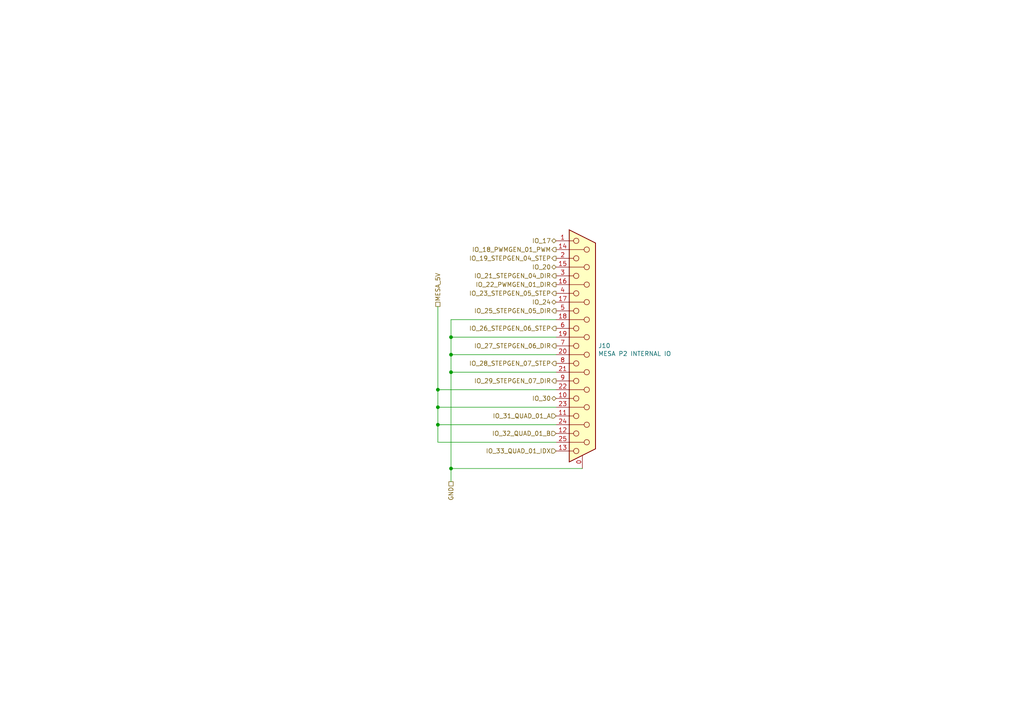
<source format=kicad_sch>
(kicad_sch (version 20211123) (generator eeschema)
  (paper "A4")
  (lib_symbols
    (symbol "UnifiedBreakout-rescue:DB25_Female_MountingHoles-Connector" (pin_names (offset 1.016) hide)
      (property "Reference" "J" (at 0 36.83 0))
      (property "Value" "DB25_Female_MountingHoles-Connector" (at 0 34.925 0))
      (symbol "DB25_Female_MountingHoles-Connector_0_1"
        (circle (center -1.778 -30.48) (radius 0.762))
        (circle (center -1.778 -25.4) (radius 0.762))
        (circle (center -1.778 -20.32) (radius 0.762))
        (circle (center -1.778 -15.24) (radius 0.762))
        (circle (center -1.778 -10.16) (radius 0.762))
        (circle (center -1.778 -5.08) (radius 0.762))
        (circle (center -1.778 0) (radius 0.762))
        (circle (center -1.778 5.08) (radius 0.762))
        (circle (center -1.778 10.16) (radius 0.762))
        (circle (center -1.778 15.24) (radius 0.762))
        (circle (center -1.778 20.32) (radius 0.762))
        (circle (center -1.778 25.4) (radius 0.762))
        (circle (center -1.778 30.48) (radius 0.762))
        (polyline (pts (xy -3.81 -30.48) (xy -2.54 -30.48)))
        (polyline (pts (xy -3.81 -27.94) (xy 0.508 -27.94)))
        (polyline (pts (xy -3.81 -25.4) (xy -2.54 -25.4)))
        (polyline (pts (xy -3.81 -22.86) (xy 0.508 -22.86)))
        (polyline (pts (xy -3.81 -20.32) (xy -2.54 -20.32)))
        (polyline (pts (xy -3.81 -17.78) (xy 0.508 -17.78)))
        (polyline (pts (xy -3.81 -15.24) (xy -2.54 -15.24)))
        (polyline (pts (xy -3.81 -12.7) (xy 0.508 -12.7)))
        (polyline (pts (xy -3.81 -10.16) (xy -2.54 -10.16)))
        (polyline (pts (xy -3.81 -7.62) (xy 0.508 -7.62)))
        (polyline (pts (xy -3.81 -5.08) (xy -2.54 -5.08)))
        (polyline (pts (xy -3.81 -2.54) (xy 0.508 -2.54)))
        (polyline (pts (xy -3.81 0) (xy -2.54 0)))
        (polyline (pts (xy -3.81 2.54) (xy 0.508 2.54)))
        (polyline (pts (xy -3.81 5.08) (xy -2.54 5.08)))
        (polyline (pts (xy -3.81 7.62) (xy 0.508 7.62)))
        (polyline (pts (xy -3.81 10.16) (xy -2.54 10.16)))
        (polyline (pts (xy -3.81 12.7) (xy 0.508 12.7)))
        (polyline (pts (xy -3.81 15.24) (xy -2.54 15.24)))
        (polyline (pts (xy -3.81 17.78) (xy 0.508 17.78)))
        (polyline (pts (xy -3.81 20.32) (xy -2.54 20.32)))
        (polyline (pts (xy -3.81 22.86) (xy 0.508 22.86)))
        (polyline (pts (xy -3.81 25.4) (xy -2.54 25.4)))
        (polyline (pts (xy -3.81 27.94) (xy 0.508 27.94)))
        (polyline (pts (xy -3.81 30.48) (xy -2.54 30.48)))
        (polyline (pts (xy -3.81 33.655) (xy 3.81 29.845) (xy 3.81 -29.845) (xy -3.81 -33.655) (xy -3.81 33.655)) (stroke (width 0.254)) (fill (type background)))
        (circle (center 1.27 -27.94) (radius 0.762))
        (circle (center 1.27 -22.86) (radius 0.762))
        (circle (center 1.27 -17.78) (radius 0.762))
        (circle (center 1.27 -12.7) (radius 0.762))
        (circle (center 1.27 -7.62) (radius 0.762))
        (circle (center 1.27 -2.54) (radius 0.762))
        (circle (center 1.27 2.54) (radius 0.762))
        (circle (center 1.27 7.62) (radius 0.762))
        (circle (center 1.27 12.7) (radius 0.762))
        (circle (center 1.27 17.78) (radius 0.762))
        (circle (center 1.27 22.86) (radius 0.762))
        (circle (center 1.27 27.94) (radius 0.762))
      )
      (symbol "DB25_Female_MountingHoles-Connector_1_1"
        (pin passive line (at 0 -35.56 90) (length 3.81) (name "PAD") (number "0"))
        (pin passive line (at -7.62 30.48 0) (length 3.81) (name "1") (number "1"))
        (pin passive line (at -7.62 -15.24 0) (length 3.81) (name "10") (number "10"))
        (pin passive line (at -7.62 -20.32 0) (length 3.81) (name "11") (number "11"))
        (pin passive line (at -7.62 -25.4 0) (length 3.81) (name "12") (number "12"))
        (pin passive line (at -7.62 -30.48 0) (length 3.81) (name "13") (number "13"))
        (pin passive line (at -7.62 27.94 0) (length 3.81) (name "P14") (number "14"))
        (pin passive line (at -7.62 22.86 0) (length 3.81) (name "P15") (number "15"))
        (pin passive line (at -7.62 17.78 0) (length 3.81) (name "P16") (number "16"))
        (pin passive line (at -7.62 12.7 0) (length 3.81) (name "P17") (number "17"))
        (pin passive line (at -7.62 7.62 0) (length 3.81) (name "P18") (number "18"))
        (pin passive line (at -7.62 2.54 0) (length 3.81) (name "P19") (number "19"))
        (pin passive line (at -7.62 25.4 0) (length 3.81) (name "2") (number "2"))
        (pin passive line (at -7.62 -2.54 0) (length 3.81) (name "P20") (number "20"))
        (pin passive line (at -7.62 -7.62 0) (length 3.81) (name "P21") (number "21"))
        (pin passive line (at -7.62 -12.7 0) (length 3.81) (name "P22") (number "22"))
        (pin passive line (at -7.62 -17.78 0) (length 3.81) (name "P23") (number "23"))
        (pin passive line (at -7.62 -22.86 0) (length 3.81) (name "P24") (number "24"))
        (pin passive line (at -7.62 -27.94 0) (length 3.81) (name "P25") (number "25"))
        (pin passive line (at -7.62 20.32 0) (length 3.81) (name "3") (number "3"))
        (pin passive line (at -7.62 15.24 0) (length 3.81) (name "4") (number "4"))
        (pin passive line (at -7.62 10.16 0) (length 3.81) (name "5") (number "5"))
        (pin passive line (at -7.62 5.08 0) (length 3.81) (name "6") (number "6"))
        (pin passive line (at -7.62 0 0) (length 3.81) (name "7") (number "7"))
        (pin passive line (at -7.62 -5.08 0) (length 3.81) (name "8") (number "8"))
        (pin passive line (at -7.62 -10.16 0) (length 3.81) (name "9") (number "9"))
      )
    )
  )
  (junction (at 130.81 135.89) (diameter 0.9144))
  (junction (at 127 123.19) (diameter 0.9144))
  (junction (at 127 118.11) (diameter 0.9144))
  (junction (at 130.81 107.95) (diameter 0.9144))
  (junction (at 127 113.03) (diameter 0.9144))
  (junction (at 130.81 102.87) (diameter 0.9144))
  (junction (at 130.81 97.79) (diameter 0.9144))
  (wire (pts (xy 127 88.9) (xy 127 113.03)))
  (wire (pts (xy 130.81 135.89) (xy 130.81 107.95)))
  (wire (pts (xy 130.81 97.79) (xy 130.81 102.87)))
  (wire (pts (xy 127 113.03) (xy 127 118.11)))
  (wire (pts (xy 130.81 92.71) (xy 130.81 97.79)))
  (wire (pts (xy 161.29 123.19) (xy 127 123.19)))
  (wire (pts (xy 130.81 97.79) (xy 161.29 97.79)))
  (wire (pts (xy 127 123.19) (xy 127 128.27)))
  (wire (pts (xy 130.81 102.87) (xy 130.81 107.95)))
  (wire (pts (xy 161.29 102.87) (xy 130.81 102.87)))
  (wire (pts (xy 161.29 113.03) (xy 127 113.03)))
  (wire (pts (xy 127 118.11) (xy 161.29 118.11)))
  (wire (pts (xy 161.29 92.71) (xy 130.81 92.71)))
  (wire (pts (xy 130.81 135.89) (xy 168.91 135.89)))
  (wire (pts (xy 127 128.27) (xy 161.29 128.27)))
  (wire (pts (xy 130.81 107.95) (xy 161.29 107.95)))
  (wire (pts (xy 127 118.11) (xy 127 123.19)))
  (wire (pts (xy 130.81 139.7) (xy 130.81 135.89)))
  (hierarchical_label "IO_31_QUAD_01_A" (shape input) (at 161.29 120.65 180))
  (hierarchical_label "IO_24" (shape bidirectional) (at 161.29 87.63 180))
  (hierarchical_label "IO_27_STEPGEN_06_DIR" (shape output) (at 161.29 100.33 180))
  (hierarchical_label "IO_33_QUAD_01_IDX" (shape input) (at 161.29 130.81 180))
  (hierarchical_label "IO_29_STEPGEN_07_DIR" (shape output) (at 161.29 110.49 180))
  (hierarchical_label "IO_19_STEPGEN_04_STEP" (shape output) (at 161.29 74.93 180))
  (hierarchical_label "IO_26_STEPGEN_06_STEP" (shape output) (at 161.29 95.25 180))
  (hierarchical_label "IO_20" (shape bidirectional) (at 161.29 77.47 180))
  (hierarchical_label "IO_32_QUAD_01_B" (shape input) (at 161.29 125.73 180))
  (hierarchical_label "IO_21_STEPGEN_04_DIR" (shape output) (at 161.29 80.01 180))
  (hierarchical_label "MESA_5V" (shape passive) (at 127 88.9 90))
  (hierarchical_label "GND" (shape passive) (at 130.81 139.7 270))
  (hierarchical_label "IO_18_PWMGEN_01_PWM" (shape output) (at 161.29 72.39 180))
  (hierarchical_label "IO_22_PWMGEN_01_DIR" (shape output) (at 161.29 82.55 180))
  (hierarchical_label "IO_30" (shape bidirectional) (at 161.29 115.57 180))
  (hierarchical_label "IO_23_STEPGEN_05_STEP" (shape output) (at 161.29 85.09 180))
  (hierarchical_label "IO_17" (shape bidirectional) (at 161.29 69.85 180))
  (hierarchical_label "IO_28_STEPGEN_07_STEP" (shape output) (at 161.29 105.41 180))
  (hierarchical_label "IO_25_STEPGEN_05_DIR" (shape output) (at 161.29 90.17 180))
  (symbol (lib_id "UnifiedBreakout-rescue:DB25_Female_MountingHoles-Connector") (at 168.91 100.33 0) (unit 1)
    (property "Reference" "J10" (at 173.482 100.2792 0) (effects (justify left)))
    (property "Value" "MESA P2 INTERNAL IO" (at 173.482 102.5906 0) (effects (justify left)))
    (property "Footprint" "Connector_Dsub:DSUB-25_Female_Horizontal_P2.77x2.84mm_EdgePinOffset7.70mm_Housed_MountingHolesOffset9.12mm" (effects hide))
    (property "Datasheet" " ~" (effects hide))
    (property "Alternative MPN" "L77SDB25SA4CH4F " (effects hide))
    (property "MPN" "ID25S33E4GX00LF" (effects hide))
    (property "Manufacturer" "Amphenol" (effects hide))
  )
)
</source>
